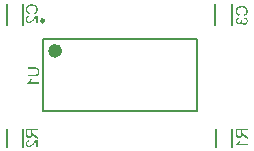
<source format=gbo>
G04 Layer_Color=13948096*
%FSLAX25Y25*%
%MOIN*%
G70*
G01*
G75*
%ADD20C,0.02362*%
%ADD21C,0.00984*%
%ADD22C,0.00787*%
%ADD23C,0.00500*%
G36*
X13252Y95989D02*
X13446Y95967D01*
X13618Y95939D01*
X13701Y95917D01*
X13773Y95900D01*
X13840Y95884D01*
X13901Y95861D01*
X13957Y95845D01*
X14001Y95833D01*
X14034Y95817D01*
X14062Y95811D01*
X14079Y95800D01*
X14084D01*
X14251Y95717D01*
X14401Y95623D01*
X14528Y95523D01*
X14578Y95473D01*
X14628Y95428D01*
X14673Y95384D01*
X14711Y95340D01*
X14745Y95301D01*
X14767Y95267D01*
X14789Y95245D01*
X14806Y95223D01*
X14811Y95212D01*
X14817Y95206D01*
X14861Y95129D01*
X14900Y95051D01*
X14961Y94885D01*
X15006Y94718D01*
X15033Y94557D01*
X15044Y94479D01*
X15055Y94413D01*
X15061Y94352D01*
Y94302D01*
X15067Y94257D01*
Y94224D01*
Y94202D01*
Y94196D01*
X15061Y94085D01*
X15050Y93980D01*
X15039Y93880D01*
X15017Y93786D01*
X14989Y93697D01*
X14961Y93613D01*
X14933Y93536D01*
X14900Y93464D01*
X14872Y93403D01*
X14845Y93341D01*
X14817Y93297D01*
X14789Y93253D01*
X14767Y93225D01*
X14756Y93197D01*
X14745Y93186D01*
X14739Y93181D01*
X14673Y93103D01*
X14606Y93036D01*
X14528Y92975D01*
X14451Y92914D01*
X14295Y92814D01*
X14140Y92737D01*
X14068Y92703D01*
X14001Y92676D01*
X13940Y92653D01*
X13890Y92637D01*
X13846Y92620D01*
X13812Y92609D01*
X13790Y92603D01*
X13784D01*
X13657Y93114D01*
X13746Y93136D01*
X13829Y93164D01*
X13907Y93192D01*
X13979Y93219D01*
X14045Y93253D01*
X14101Y93286D01*
X14156Y93325D01*
X14206Y93358D01*
X14251Y93386D01*
X14284Y93419D01*
X14317Y93447D01*
X14345Y93469D01*
X14362Y93491D01*
X14378Y93508D01*
X14384Y93514D01*
X14390Y93519D01*
X14434Y93575D01*
X14467Y93636D01*
X14528Y93758D01*
X14573Y93874D01*
X14600Y93991D01*
X14623Y94091D01*
X14628Y94130D01*
Y94169D01*
X14634Y94202D01*
Y94224D01*
Y94235D01*
Y94241D01*
X14628Y94368D01*
X14606Y94490D01*
X14578Y94601D01*
X14545Y94701D01*
X14512Y94779D01*
X14495Y94812D01*
X14484Y94840D01*
X14473Y94862D01*
X14462Y94879D01*
X14456Y94890D01*
Y94896D01*
X14378Y95001D01*
X14295Y95090D01*
X14201Y95167D01*
X14112Y95228D01*
X14034Y95279D01*
X13968Y95312D01*
X13940Y95323D01*
X13923Y95334D01*
X13912Y95340D01*
X13907D01*
X13762Y95384D01*
X13618Y95417D01*
X13474Y95445D01*
X13340Y95462D01*
X13280Y95467D01*
X13224Y95473D01*
X13174D01*
X13135Y95478D01*
X13052D01*
X12908Y95473D01*
X12775Y95462D01*
X12652Y95439D01*
X12541Y95417D01*
X12447Y95401D01*
X12408Y95389D01*
X12375Y95378D01*
X12347Y95373D01*
X12331Y95367D01*
X12319Y95362D01*
X12314D01*
X12186Y95306D01*
X12070Y95245D01*
X11975Y95179D01*
X11892Y95106D01*
X11825Y95045D01*
X11781Y94995D01*
X11753Y94957D01*
X11742Y94951D01*
Y94946D01*
X11670Y94829D01*
X11614Y94701D01*
X11576Y94579D01*
X11553Y94463D01*
X11537Y94357D01*
X11531Y94313D01*
Y94274D01*
X11526Y94246D01*
Y94224D01*
Y94207D01*
Y94202D01*
X11531Y94063D01*
X11553Y93935D01*
X11587Y93830D01*
X11620Y93736D01*
X11659Y93664D01*
X11687Y93608D01*
X11709Y93575D01*
X11720Y93563D01*
X11803Y93475D01*
X11897Y93392D01*
X11998Y93325D01*
X12097Y93269D01*
X12186Y93225D01*
X12230Y93208D01*
X12264Y93197D01*
X12292Y93186D01*
X12314Y93175D01*
X12325Y93169D01*
X12331D01*
X12214Y92670D01*
X12114Y92703D01*
X12025Y92737D01*
X11942Y92781D01*
X11859Y92820D01*
X11787Y92864D01*
X11720Y92914D01*
X11653Y92959D01*
X11598Y93003D01*
X11553Y93047D01*
X11509Y93086D01*
X11470Y93125D01*
X11442Y93153D01*
X11415Y93181D01*
X11398Y93203D01*
X11393Y93214D01*
X11387Y93219D01*
X11337Y93297D01*
X11287Y93375D01*
X11248Y93453D01*
X11215Y93536D01*
X11165Y93702D01*
X11132Y93852D01*
X11115Y93924D01*
X11109Y93985D01*
X11104Y94046D01*
X11098Y94096D01*
X11093Y94135D01*
Y94163D01*
Y94185D01*
Y94191D01*
X11104Y94374D01*
X11132Y94551D01*
X11165Y94707D01*
X11187Y94779D01*
X11209Y94846D01*
X11232Y94907D01*
X11254Y94962D01*
X11270Y95007D01*
X11287Y95051D01*
X11304Y95079D01*
X11315Y95101D01*
X11320Y95118D01*
X11326Y95123D01*
X11420Y95273D01*
X11531Y95401D01*
X11642Y95512D01*
X11753Y95606D01*
X11853Y95678D01*
X11897Y95706D01*
X11936Y95728D01*
X11964Y95750D01*
X11986Y95761D01*
X12003Y95767D01*
X12009Y95772D01*
X12181Y95850D01*
X12358Y95906D01*
X12536Y95944D01*
X12697Y95972D01*
X12769Y95983D01*
X12841Y95989D01*
X12897Y95994D01*
X12952D01*
X12991Y96000D01*
X13052D01*
X13252Y95989D01*
D02*
G37*
G36*
X13030Y70882D02*
X12991Y70799D01*
X12953Y70715D01*
X12914Y70638D01*
X12880Y70571D01*
X12853Y70516D01*
X12830Y70482D01*
X12825Y70477D01*
Y70471D01*
X12764Y70371D01*
X12703Y70283D01*
X12647Y70205D01*
X12597Y70144D01*
X12559Y70088D01*
X12525Y70055D01*
X12503Y70027D01*
X12498Y70022D01*
X15500D01*
Y69550D01*
X11643D01*
Y69855D01*
X11737Y69911D01*
X11826Y69972D01*
X11915Y70044D01*
X11992Y70110D01*
X12059Y70177D01*
X12115Y70227D01*
X12131Y70249D01*
X12148Y70266D01*
X12153Y70271D01*
X12159Y70277D01*
X12253Y70394D01*
X12342Y70510D01*
X12420Y70621D01*
X12481Y70732D01*
X12536Y70826D01*
X12559Y70865D01*
X12575Y70899D01*
X12592Y70926D01*
X12597Y70948D01*
X12608Y70960D01*
Y70965D01*
X13064D01*
X13030Y70882D01*
D02*
G37*
G36*
X15000Y89690D02*
X14545D01*
Y91582D01*
X14451Y91516D01*
X14412Y91482D01*
X14373Y91454D01*
X14340Y91427D01*
X14317Y91405D01*
X14301Y91388D01*
X14295Y91382D01*
X14267Y91355D01*
X14240Y91321D01*
X14167Y91244D01*
X14084Y91155D01*
X14001Y91061D01*
X13929Y90972D01*
X13896Y90933D01*
X13862Y90899D01*
X13840Y90872D01*
X13823Y90850D01*
X13812Y90838D01*
X13807Y90833D01*
X13729Y90744D01*
X13657Y90655D01*
X13585Y90578D01*
X13524Y90505D01*
X13463Y90439D01*
X13407Y90383D01*
X13357Y90328D01*
X13313Y90284D01*
X13268Y90239D01*
X13235Y90206D01*
X13207Y90178D01*
X13180Y90150D01*
X13146Y90123D01*
X13135Y90112D01*
X13041Y90034D01*
X12958Y89967D01*
X12874Y89912D01*
X12808Y89867D01*
X12747Y89834D01*
X12702Y89812D01*
X12675Y89801D01*
X12664Y89795D01*
X12580Y89762D01*
X12497Y89740D01*
X12419Y89717D01*
X12353Y89706D01*
X12292Y89701D01*
X12247Y89695D01*
X12208D01*
X12125Y89701D01*
X12047Y89712D01*
X11970Y89723D01*
X11903Y89745D01*
X11770Y89801D01*
X11664Y89856D01*
X11614Y89889D01*
X11576Y89917D01*
X11537Y89945D01*
X11509Y89973D01*
X11487Y89995D01*
X11465Y90006D01*
X11459Y90017D01*
X11453Y90023D01*
X11398Y90084D01*
X11348Y90150D01*
X11309Y90223D01*
X11276Y90295D01*
X11220Y90439D01*
X11182Y90583D01*
X11170Y90644D01*
X11159Y90705D01*
X11154Y90761D01*
X11148Y90805D01*
X11143Y90844D01*
Y90877D01*
Y90894D01*
Y90899D01*
X11148Y91000D01*
X11154Y91094D01*
X11170Y91183D01*
X11187Y91266D01*
X11209Y91344D01*
X11232Y91416D01*
X11259Y91482D01*
X11287Y91543D01*
X11315Y91599D01*
X11343Y91643D01*
X11365Y91682D01*
X11387Y91715D01*
X11404Y91743D01*
X11420Y91760D01*
X11426Y91771D01*
X11431Y91776D01*
X11487Y91832D01*
X11548Y91882D01*
X11614Y91932D01*
X11681Y91971D01*
X11814Y92037D01*
X11947Y92082D01*
X12009Y92098D01*
X12070Y92115D01*
X12120Y92126D01*
X12164Y92137D01*
X12203Y92143D01*
X12230D01*
X12247Y92148D01*
X12253D01*
X12303Y91665D01*
X12175Y91654D01*
X12064Y91632D01*
X11964Y91599D01*
X11886Y91560D01*
X11820Y91527D01*
X11775Y91493D01*
X11748Y91471D01*
X11737Y91460D01*
X11670Y91377D01*
X11620Y91288D01*
X11581Y91194D01*
X11559Y91110D01*
X11542Y91033D01*
X11537Y90966D01*
X11531Y90944D01*
Y90927D01*
Y90916D01*
Y90911D01*
X11537Y90794D01*
X11559Y90689D01*
X11592Y90600D01*
X11626Y90522D01*
X11664Y90461D01*
X11692Y90422D01*
X11714Y90395D01*
X11726Y90383D01*
X11803Y90317D01*
X11881Y90267D01*
X11959Y90228D01*
X12036Y90206D01*
X12097Y90189D01*
X12153Y90184D01*
X12186Y90178D01*
X12197D01*
X12297Y90189D01*
X12403Y90211D01*
X12497Y90250D01*
X12586Y90289D01*
X12658Y90333D01*
X12719Y90372D01*
X12741Y90383D01*
X12758Y90395D01*
X12763Y90406D01*
X12769D01*
X12830Y90450D01*
X12891Y90505D01*
X12958Y90566D01*
X13024Y90633D01*
X13157Y90772D01*
X13291Y90911D01*
X13352Y90983D01*
X13407Y91044D01*
X13457Y91105D01*
X13501Y91155D01*
X13535Y91194D01*
X13563Y91227D01*
X13579Y91249D01*
X13585Y91255D01*
X13701Y91394D01*
X13812Y91521D01*
X13912Y91627D01*
X13995Y91710D01*
X14068Y91782D01*
X14118Y91832D01*
X14151Y91860D01*
X14156Y91871D01*
X14162D01*
X14256Y91948D01*
X14345Y92010D01*
X14434Y92065D01*
X14512Y92110D01*
X14578Y92143D01*
X14628Y92165D01*
X14661Y92176D01*
X14667Y92182D01*
X14673D01*
X14734Y92204D01*
X14789Y92215D01*
X14845Y92226D01*
X14895Y92232D01*
X14939Y92237D01*
X15000D01*
Y89690D01*
D02*
G37*
G36*
Y48345D02*
X14545D01*
Y50238D01*
X14451Y50171D01*
X14412Y50138D01*
X14373Y50110D01*
X14340Y50082D01*
X14317Y50060D01*
X14301Y50043D01*
X14295Y50038D01*
X14267Y50010D01*
X14240Y49977D01*
X14167Y49899D01*
X14084Y49810D01*
X14001Y49716D01*
X13929Y49627D01*
X13896Y49588D01*
X13862Y49555D01*
X13840Y49527D01*
X13823Y49505D01*
X13812Y49494D01*
X13807Y49488D01*
X13729Y49400D01*
X13657Y49311D01*
X13585Y49233D01*
X13524Y49161D01*
X13463Y49094D01*
X13407Y49039D01*
X13357Y48983D01*
X13313Y48939D01*
X13268Y48895D01*
X13235Y48861D01*
X13207Y48833D01*
X13180Y48806D01*
X13146Y48778D01*
X13135Y48767D01*
X13041Y48689D01*
X12958Y48623D01*
X12874Y48567D01*
X12808Y48523D01*
X12747Y48489D01*
X12702Y48467D01*
X12675Y48456D01*
X12664Y48450D01*
X12580Y48417D01*
X12497Y48395D01*
X12419Y48373D01*
X12353Y48362D01*
X12292Y48356D01*
X12247Y48351D01*
X12208D01*
X12125Y48356D01*
X12047Y48367D01*
X11970Y48378D01*
X11903Y48401D01*
X11770Y48456D01*
X11664Y48511D01*
X11614Y48545D01*
X11576Y48573D01*
X11537Y48600D01*
X11509Y48628D01*
X11487Y48650D01*
X11465Y48661D01*
X11459Y48673D01*
X11453Y48678D01*
X11398Y48739D01*
X11348Y48806D01*
X11309Y48878D01*
X11276Y48950D01*
X11220Y49094D01*
X11182Y49239D01*
X11170Y49300D01*
X11159Y49361D01*
X11154Y49416D01*
X11148Y49461D01*
X11143Y49499D01*
Y49533D01*
Y49549D01*
Y49555D01*
X11148Y49655D01*
X11154Y49749D01*
X11170Y49838D01*
X11187Y49921D01*
X11209Y49999D01*
X11232Y50071D01*
X11259Y50138D01*
X11287Y50199D01*
X11315Y50254D01*
X11343Y50299D01*
X11365Y50337D01*
X11387Y50371D01*
X11404Y50399D01*
X11420Y50415D01*
X11426Y50426D01*
X11431Y50432D01*
X11487Y50487D01*
X11548Y50537D01*
X11614Y50587D01*
X11681Y50626D01*
X11814Y50693D01*
X11947Y50737D01*
X12009Y50754D01*
X12070Y50770D01*
X12120Y50782D01*
X12164Y50793D01*
X12203Y50798D01*
X12230D01*
X12247Y50804D01*
X12253D01*
X12303Y50321D01*
X12175Y50310D01*
X12064Y50287D01*
X11964Y50254D01*
X11886Y50215D01*
X11820Y50182D01*
X11775Y50149D01*
X11748Y50127D01*
X11737Y50116D01*
X11670Y50032D01*
X11620Y49944D01*
X11581Y49849D01*
X11559Y49766D01*
X11542Y49688D01*
X11537Y49622D01*
X11531Y49599D01*
Y49583D01*
Y49572D01*
Y49566D01*
X11537Y49450D01*
X11559Y49344D01*
X11592Y49255D01*
X11626Y49178D01*
X11664Y49117D01*
X11692Y49078D01*
X11714Y49050D01*
X11726Y49039D01*
X11803Y48972D01*
X11881Y48922D01*
X11959Y48883D01*
X12036Y48861D01*
X12097Y48845D01*
X12153Y48839D01*
X12186Y48833D01*
X12197D01*
X12297Y48845D01*
X12403Y48867D01*
X12497Y48906D01*
X12586Y48945D01*
X12658Y48989D01*
X12719Y49028D01*
X12741Y49039D01*
X12758Y49050D01*
X12763Y49061D01*
X12769D01*
X12830Y49105D01*
X12891Y49161D01*
X12958Y49222D01*
X13024Y49288D01*
X13157Y49427D01*
X13291Y49566D01*
X13352Y49638D01*
X13407Y49699D01*
X13457Y49760D01*
X13501Y49810D01*
X13535Y49849D01*
X13563Y49882D01*
X13579Y49905D01*
X13585Y49910D01*
X13701Y50049D01*
X13812Y50177D01*
X13912Y50282D01*
X13995Y50365D01*
X14068Y50437D01*
X14118Y50487D01*
X14151Y50515D01*
X14156Y50526D01*
X14162D01*
X14256Y50604D01*
X14345Y50665D01*
X14434Y50720D01*
X14512Y50765D01*
X14578Y50798D01*
X14628Y50820D01*
X14661Y50832D01*
X14667Y50837D01*
X14673D01*
X14734Y50859D01*
X14789Y50870D01*
X14845Y50881D01*
X14895Y50887D01*
X14939Y50893D01*
X15000D01*
Y48345D01*
D02*
G37*
G36*
Y53989D02*
X13296D01*
Y53401D01*
Y53334D01*
X13302Y53273D01*
Y53229D01*
X13307Y53190D01*
X13313Y53162D01*
Y53140D01*
X13318Y53129D01*
Y53124D01*
X13346Y53035D01*
X13363Y52996D01*
X13379Y52963D01*
X13396Y52929D01*
X13407Y52907D01*
X13413Y52896D01*
X13418Y52890D01*
X13452Y52846D01*
X13490Y52802D01*
X13574Y52718D01*
X13612Y52680D01*
X13646Y52652D01*
X13668Y52635D01*
X13674Y52630D01*
X13751Y52574D01*
X13835Y52513D01*
X13923Y52452D01*
X14006Y52391D01*
X14084Y52341D01*
X14145Y52302D01*
X14167Y52286D01*
X14184Y52275D01*
X14195Y52263D01*
X14201D01*
X15000Y51758D01*
Y51126D01*
X13957Y51786D01*
X13846Y51864D01*
X13746Y51936D01*
X13663Y52008D01*
X13585Y52069D01*
X13529Y52125D01*
X13485Y52169D01*
X13457Y52197D01*
X13446Y52208D01*
X13413Y52252D01*
X13374Y52302D01*
X13313Y52402D01*
X13291Y52447D01*
X13268Y52480D01*
X13257Y52502D01*
X13252Y52513D01*
X13235Y52413D01*
X13218Y52319D01*
X13191Y52236D01*
X13169Y52152D01*
X13141Y52080D01*
X13107Y52014D01*
X13080Y51952D01*
X13052Y51897D01*
X13019Y51853D01*
X12991Y51808D01*
X12969Y51775D01*
X12946Y51747D01*
X12930Y51725D01*
X12913Y51708D01*
X12908Y51703D01*
X12902Y51697D01*
X12847Y51653D01*
X12791Y51609D01*
X12675Y51542D01*
X12558Y51498D01*
X12447Y51464D01*
X12353Y51442D01*
X12314Y51436D01*
X12275D01*
X12247Y51431D01*
X12208D01*
X12092Y51436D01*
X11986Y51453D01*
X11886Y51481D01*
X11803Y51509D01*
X11731Y51542D01*
X11676Y51564D01*
X11642Y51586D01*
X11637Y51592D01*
X11631D01*
X11542Y51658D01*
X11465Y51725D01*
X11398Y51797D01*
X11348Y51864D01*
X11309Y51925D01*
X11287Y51975D01*
X11270Y52008D01*
X11265Y52014D01*
Y52019D01*
X11248Y52069D01*
X11232Y52130D01*
X11204Y52252D01*
X11187Y52385D01*
X11170Y52508D01*
X11165Y52624D01*
Y52674D01*
X11159Y52718D01*
Y52752D01*
Y52780D01*
Y52796D01*
Y52802D01*
Y54500D01*
X15000D01*
Y53989D01*
D02*
G37*
G36*
X14096Y74994D02*
X14196Y74989D01*
X14290Y74978D01*
X14373Y74967D01*
X14451Y74956D01*
X14523Y74939D01*
X14590Y74928D01*
X14651Y74917D01*
X14701Y74900D01*
X14745Y74889D01*
X14778Y74878D01*
X14806Y74867D01*
X14829Y74861D01*
X14840Y74856D01*
X14845D01*
X14967Y74795D01*
X15078Y74717D01*
X15167Y74639D01*
X15245Y74556D01*
X15306Y74484D01*
X15350Y74423D01*
X15361Y74401D01*
X15372Y74384D01*
X15383Y74373D01*
Y74367D01*
X15445Y74229D01*
X15489Y74084D01*
X15522Y73934D01*
X15544Y73796D01*
X15550Y73735D01*
X15555Y73674D01*
X15561Y73618D01*
Y73574D01*
X15567Y73535D01*
Y73507D01*
Y73490D01*
Y73485D01*
X15555Y73285D01*
X15544Y73196D01*
X15533Y73113D01*
X15517Y73030D01*
X15500Y72958D01*
X15483Y72891D01*
X15461Y72830D01*
X15439Y72774D01*
X15422Y72730D01*
X15406Y72686D01*
X15389Y72652D01*
X15372Y72625D01*
X15367Y72608D01*
X15356Y72597D01*
Y72591D01*
X15272Y72469D01*
X15178Y72369D01*
X15089Y72292D01*
X15000Y72225D01*
X14923Y72175D01*
X14862Y72142D01*
X14840Y72131D01*
X14823Y72120D01*
X14812Y72114D01*
X14806D01*
X14740Y72092D01*
X14668Y72070D01*
X14518Y72036D01*
X14362Y72014D01*
X14212Y71997D01*
X14146Y71992D01*
X14079Y71986D01*
X14024D01*
X13974Y71981D01*
X11659D01*
Y72491D01*
X14007D01*
X14129Y72502D01*
X14235Y72514D01*
X14334Y72530D01*
X14423Y72547D01*
X14506Y72569D01*
X14579Y72586D01*
X14640Y72608D01*
X14690Y72630D01*
X14740Y72652D01*
X14773Y72675D01*
X14806Y72691D01*
X14829Y72708D01*
X14845Y72719D01*
X14851Y72724D01*
X14856Y72730D01*
X14901Y72780D01*
X14939Y72835D01*
X15000Y72958D01*
X15045Y73085D01*
X15073Y73218D01*
X15095Y73340D01*
X15100Y73391D01*
Y73440D01*
X15106Y73474D01*
Y73507D01*
Y73524D01*
Y73529D01*
X15100Y73646D01*
X15084Y73751D01*
X15067Y73851D01*
X15039Y73929D01*
X15017Y73996D01*
X15000Y74045D01*
X14984Y74073D01*
X14978Y74084D01*
X14928Y74162D01*
X14867Y74229D01*
X14806Y74284D01*
X14751Y74323D01*
X14695Y74356D01*
X14656Y74384D01*
X14629Y74395D01*
X14617Y74401D01*
X14568Y74417D01*
X14518Y74428D01*
X14401Y74450D01*
X14279Y74467D01*
X14157Y74478D01*
X14051Y74484D01*
X14002D01*
X13963Y74489D01*
X11659D01*
Y75000D01*
X13990D01*
X14096Y74994D01*
D02*
G37*
G36*
X82530Y50382D02*
X82491Y50299D01*
X82452Y50215D01*
X82414Y50138D01*
X82380Y50071D01*
X82353Y50016D01*
X82330Y49982D01*
X82325Y49977D01*
Y49971D01*
X82264Y49871D01*
X82203Y49782D01*
X82147Y49705D01*
X82097Y49644D01*
X82059Y49588D01*
X82025Y49555D01*
X82003Y49527D01*
X81998Y49522D01*
X85000D01*
Y49050D01*
X81143D01*
Y49355D01*
X81237Y49411D01*
X81326Y49472D01*
X81415Y49544D01*
X81492Y49610D01*
X81559Y49677D01*
X81615Y49727D01*
X81631Y49749D01*
X81648Y49766D01*
X81653Y49771D01*
X81659Y49777D01*
X81753Y49894D01*
X81842Y50010D01*
X81920Y50121D01*
X81981Y50232D01*
X82036Y50326D01*
X82059Y50365D01*
X82075Y50399D01*
X82092Y50426D01*
X82097Y50449D01*
X82108Y50460D01*
Y50465D01*
X82564D01*
X82530Y50382D01*
D02*
G37*
G36*
X85000Y53989D02*
X83296D01*
Y53401D01*
Y53334D01*
X83302Y53273D01*
Y53229D01*
X83307Y53190D01*
X83313Y53162D01*
Y53140D01*
X83318Y53129D01*
Y53124D01*
X83346Y53035D01*
X83363Y52996D01*
X83379Y52963D01*
X83396Y52929D01*
X83407Y52907D01*
X83413Y52896D01*
X83418Y52890D01*
X83451Y52846D01*
X83490Y52802D01*
X83574Y52718D01*
X83613Y52680D01*
X83646Y52652D01*
X83668Y52635D01*
X83674Y52630D01*
X83751Y52574D01*
X83834Y52513D01*
X83923Y52452D01*
X84007Y52391D01*
X84084Y52341D01*
X84145Y52302D01*
X84167Y52286D01*
X84184Y52275D01*
X84195Y52263D01*
X84201D01*
X85000Y51758D01*
Y51126D01*
X83957Y51786D01*
X83846Y51864D01*
X83746Y51936D01*
X83662Y52008D01*
X83585Y52069D01*
X83529Y52125D01*
X83485Y52169D01*
X83457Y52197D01*
X83446Y52208D01*
X83413Y52252D01*
X83374Y52302D01*
X83313Y52402D01*
X83291Y52447D01*
X83268Y52480D01*
X83257Y52502D01*
X83252Y52513D01*
X83235Y52413D01*
X83218Y52319D01*
X83191Y52236D01*
X83169Y52152D01*
X83141Y52080D01*
X83107Y52014D01*
X83080Y51952D01*
X83052Y51897D01*
X83019Y51853D01*
X82991Y51808D01*
X82969Y51775D01*
X82946Y51747D01*
X82930Y51725D01*
X82913Y51708D01*
X82908Y51703D01*
X82902Y51697D01*
X82847Y51653D01*
X82791Y51609D01*
X82674Y51542D01*
X82558Y51498D01*
X82447Y51464D01*
X82353Y51442D01*
X82314Y51436D01*
X82275D01*
X82247Y51431D01*
X82208D01*
X82092Y51436D01*
X81986Y51453D01*
X81887Y51481D01*
X81803Y51509D01*
X81731Y51542D01*
X81675Y51564D01*
X81642Y51586D01*
X81637Y51592D01*
X81631D01*
X81542Y51658D01*
X81465Y51725D01*
X81398Y51797D01*
X81348Y51864D01*
X81309Y51925D01*
X81287Y51975D01*
X81270Y52008D01*
X81265Y52014D01*
Y52019D01*
X81248Y52069D01*
X81232Y52130D01*
X81204Y52252D01*
X81187Y52385D01*
X81170Y52508D01*
X81165Y52624D01*
Y52674D01*
X81159Y52718D01*
Y52752D01*
Y52780D01*
Y52796D01*
Y52802D01*
Y54500D01*
X85000D01*
Y53989D01*
D02*
G37*
G36*
X84073Y91654D02*
X84156Y91637D01*
X84312Y91587D01*
X84445Y91526D01*
X84500Y91493D01*
X84556Y91460D01*
X84606Y91426D01*
X84645Y91393D01*
X84684Y91365D01*
X84711Y91338D01*
X84734Y91321D01*
X84750Y91304D01*
X84761Y91293D01*
X84767Y91287D01*
X84817Y91221D01*
X84867Y91154D01*
X84906Y91088D01*
X84939Y91016D01*
X84994Y90877D01*
X85028Y90744D01*
X85039Y90683D01*
X85050Y90627D01*
X85056Y90577D01*
X85061Y90533D01*
X85067Y90500D01*
Y90472D01*
Y90455D01*
Y90450D01*
X85061Y90344D01*
X85050Y90250D01*
X85033Y90155D01*
X85011Y90066D01*
X84983Y89983D01*
X84956Y89911D01*
X84922Y89839D01*
X84889Y89778D01*
X84861Y89717D01*
X84828Y89667D01*
X84800Y89623D01*
X84772Y89589D01*
X84750Y89561D01*
X84734Y89539D01*
X84723Y89528D01*
X84717Y89523D01*
X84650Y89456D01*
X84578Y89401D01*
X84506Y89351D01*
X84434Y89306D01*
X84367Y89273D01*
X84295Y89240D01*
X84162Y89195D01*
X84101Y89184D01*
X84045Y89173D01*
X83995Y89162D01*
X83951Y89156D01*
X83918Y89151D01*
X83868D01*
X83735Y89156D01*
X83613Y89179D01*
X83507Y89212D01*
X83418Y89245D01*
X83346Y89278D01*
X83291Y89312D01*
X83257Y89334D01*
X83246Y89340D01*
X83163Y89417D01*
X83091Y89500D01*
X83035Y89589D01*
X82991Y89678D01*
X82958Y89756D01*
X82935Y89817D01*
X82930Y89839D01*
X82924Y89856D01*
X82919Y89867D01*
Y89872D01*
X82869Y89778D01*
X82819Y89700D01*
X82763Y89634D01*
X82713Y89578D01*
X82669Y89534D01*
X82630Y89500D01*
X82608Y89484D01*
X82597Y89478D01*
X82519Y89434D01*
X82441Y89401D01*
X82364Y89373D01*
X82292Y89356D01*
X82231Y89345D01*
X82186Y89340D01*
X82142D01*
X82047Y89345D01*
X81953Y89362D01*
X81870Y89384D01*
X81798Y89412D01*
X81737Y89439D01*
X81687Y89462D01*
X81659Y89478D01*
X81648Y89484D01*
X81564Y89539D01*
X81492Y89606D01*
X81431Y89672D01*
X81376Y89739D01*
X81337Y89795D01*
X81304Y89845D01*
X81287Y89878D01*
X81282Y89883D01*
Y89889D01*
X81237Y89989D01*
X81204Y90089D01*
X81176Y90189D01*
X81159Y90277D01*
X81148Y90350D01*
X81143Y90411D01*
Y90433D01*
Y90450D01*
Y90461D01*
Y90466D01*
Y90549D01*
X81154Y90627D01*
X81182Y90777D01*
X81226Y90905D01*
X81270Y91016D01*
X81298Y91066D01*
X81320Y91104D01*
X81343Y91143D01*
X81365Y91171D01*
X81381Y91193D01*
X81393Y91210D01*
X81398Y91221D01*
X81404Y91227D01*
X81509Y91332D01*
X81626Y91415D01*
X81748Y91482D01*
X81870Y91537D01*
X81975Y91571D01*
X82020Y91587D01*
X82059Y91598D01*
X82092Y91604D01*
X82114Y91610D01*
X82131Y91615D01*
X82136D01*
X82219Y91143D01*
X82097Y91121D01*
X81992Y91088D01*
X81903Y91049D01*
X81831Y91010D01*
X81775Y90971D01*
X81737Y90938D01*
X81709Y90916D01*
X81703Y90910D01*
X81648Y90838D01*
X81603Y90760D01*
X81576Y90688D01*
X81553Y90616D01*
X81542Y90549D01*
X81531Y90500D01*
Y90466D01*
Y90461D01*
Y90455D01*
X81537Y90355D01*
X81559Y90266D01*
X81587Y90189D01*
X81615Y90122D01*
X81648Y90072D01*
X81675Y90033D01*
X81698Y90005D01*
X81703Y90000D01*
X81770Y89939D01*
X81842Y89894D01*
X81914Y89867D01*
X81981Y89845D01*
X82042Y89833D01*
X82086Y89822D01*
X82192D01*
X82247Y89833D01*
X82341Y89861D01*
X82425Y89900D01*
X82497Y89944D01*
X82547Y89989D01*
X82586Y90028D01*
X82608Y90055D01*
X82613Y90061D01*
Y90066D01*
X82664Y90161D01*
X82702Y90250D01*
X82730Y90344D01*
X82747Y90427D01*
X82758Y90500D01*
X82769Y90561D01*
Y90583D01*
Y90599D01*
Y90605D01*
Y90610D01*
Y90633D01*
X82763Y90655D01*
Y90677D01*
Y90683D01*
X83180Y90738D01*
X83163Y90666D01*
X83152Y90599D01*
X83141Y90544D01*
X83135Y90494D01*
X83130Y90455D01*
Y90427D01*
Y90411D01*
Y90405D01*
X83141Y90289D01*
X83163Y90183D01*
X83196Y90089D01*
X83235Y90011D01*
X83274Y89950D01*
X83307Y89906D01*
X83329Y89878D01*
X83341Y89867D01*
X83424Y89795D01*
X83513Y89739D01*
X83601Y89700D01*
X83690Y89678D01*
X83762Y89661D01*
X83823Y89656D01*
X83846Y89650D01*
X83879D01*
X84001Y89661D01*
X84112Y89689D01*
X84206Y89723D01*
X84290Y89767D01*
X84356Y89811D01*
X84406Y89845D01*
X84439Y89872D01*
X84451Y89883D01*
X84528Y89972D01*
X84584Y90066D01*
X84623Y90161D01*
X84650Y90250D01*
X84667Y90327D01*
X84673Y90389D01*
X84678Y90411D01*
Y90427D01*
Y90438D01*
Y90444D01*
X84673Y90544D01*
X84650Y90638D01*
X84623Y90721D01*
X84589Y90788D01*
X84562Y90844D01*
X84534Y90888D01*
X84512Y90910D01*
X84506Y90921D01*
X84428Y90988D01*
X84339Y91043D01*
X84245Y91093D01*
X84145Y91132D01*
X84062Y91160D01*
X84023Y91171D01*
X83990Y91176D01*
X83962Y91182D01*
X83940Y91188D01*
X83929Y91193D01*
X83923D01*
X83984Y91665D01*
X84073Y91654D01*
D02*
G37*
G36*
X83252Y95489D02*
X83446Y95467D01*
X83618Y95439D01*
X83701Y95417D01*
X83773Y95400D01*
X83840Y95384D01*
X83901Y95361D01*
X83957Y95345D01*
X84001Y95333D01*
X84034Y95317D01*
X84062Y95311D01*
X84079Y95300D01*
X84084D01*
X84251Y95217D01*
X84401Y95123D01*
X84528Y95023D01*
X84578Y94973D01*
X84628Y94928D01*
X84673Y94884D01*
X84711Y94840D01*
X84745Y94801D01*
X84767Y94767D01*
X84789Y94745D01*
X84806Y94723D01*
X84811Y94712D01*
X84817Y94706D01*
X84861Y94629D01*
X84900Y94551D01*
X84961Y94384D01*
X85006Y94218D01*
X85033Y94057D01*
X85044Y93979D01*
X85056Y93913D01*
X85061Y93852D01*
Y93802D01*
X85067Y93757D01*
Y93724D01*
Y93702D01*
Y93696D01*
X85061Y93585D01*
X85050Y93480D01*
X85039Y93380D01*
X85017Y93286D01*
X84989Y93197D01*
X84961Y93113D01*
X84933Y93036D01*
X84900Y92964D01*
X84872Y92903D01*
X84845Y92842D01*
X84817Y92797D01*
X84789Y92753D01*
X84767Y92725D01*
X84756Y92697D01*
X84745Y92686D01*
X84739Y92681D01*
X84673Y92603D01*
X84606Y92536D01*
X84528Y92475D01*
X84451Y92414D01*
X84295Y92314D01*
X84140Y92237D01*
X84068Y92203D01*
X84001Y92176D01*
X83940Y92153D01*
X83890Y92137D01*
X83846Y92120D01*
X83812Y92109D01*
X83790Y92103D01*
X83785D01*
X83657Y92614D01*
X83746Y92636D01*
X83829Y92664D01*
X83907Y92692D01*
X83979Y92719D01*
X84045Y92753D01*
X84101Y92786D01*
X84156Y92825D01*
X84206Y92858D01*
X84251Y92886D01*
X84284Y92919D01*
X84317Y92947D01*
X84345Y92969D01*
X84362Y92991D01*
X84378Y93008D01*
X84384Y93014D01*
X84390Y93019D01*
X84434Y93075D01*
X84467Y93136D01*
X84528Y93258D01*
X84573Y93374D01*
X84600Y93491D01*
X84623Y93591D01*
X84628Y93630D01*
Y93669D01*
X84634Y93702D01*
Y93724D01*
Y93735D01*
Y93741D01*
X84628Y93868D01*
X84606Y93990D01*
X84578Y94101D01*
X84545Y94201D01*
X84512Y94279D01*
X84495Y94312D01*
X84484Y94340D01*
X84473Y94362D01*
X84462Y94379D01*
X84456Y94390D01*
Y94396D01*
X84378Y94501D01*
X84295Y94590D01*
X84201Y94668D01*
X84112Y94728D01*
X84034Y94779D01*
X83968Y94812D01*
X83940Y94823D01*
X83923Y94834D01*
X83912Y94840D01*
X83907D01*
X83762Y94884D01*
X83618Y94917D01*
X83474Y94945D01*
X83341Y94962D01*
X83280Y94967D01*
X83224Y94973D01*
X83174D01*
X83135Y94978D01*
X83052D01*
X82908Y94973D01*
X82775Y94962D01*
X82652Y94939D01*
X82541Y94917D01*
X82447Y94901D01*
X82408Y94889D01*
X82375Y94878D01*
X82347Y94873D01*
X82330Y94867D01*
X82319Y94862D01*
X82314D01*
X82186Y94806D01*
X82070Y94745D01*
X81975Y94679D01*
X81892Y94606D01*
X81825Y94545D01*
X81781Y94495D01*
X81753Y94457D01*
X81742Y94451D01*
Y94446D01*
X81670Y94329D01*
X81615Y94201D01*
X81576Y94079D01*
X81553Y93963D01*
X81537Y93857D01*
X81531Y93813D01*
Y93774D01*
X81526Y93746D01*
Y93724D01*
Y93707D01*
Y93702D01*
X81531Y93563D01*
X81553Y93435D01*
X81587Y93330D01*
X81620Y93236D01*
X81659Y93164D01*
X81687Y93108D01*
X81709Y93075D01*
X81720Y93063D01*
X81803Y92975D01*
X81898Y92892D01*
X81998Y92825D01*
X82097Y92769D01*
X82186Y92725D01*
X82231Y92708D01*
X82264Y92697D01*
X82292Y92686D01*
X82314Y92675D01*
X82325Y92669D01*
X82330D01*
X82214Y92170D01*
X82114Y92203D01*
X82025Y92237D01*
X81942Y92281D01*
X81859Y92320D01*
X81787Y92364D01*
X81720Y92414D01*
X81653Y92459D01*
X81598Y92503D01*
X81553Y92547D01*
X81509Y92586D01*
X81470Y92625D01*
X81442Y92653D01*
X81415Y92681D01*
X81398Y92703D01*
X81393Y92714D01*
X81387Y92719D01*
X81337Y92797D01*
X81287Y92875D01*
X81248Y92953D01*
X81215Y93036D01*
X81165Y93202D01*
X81132Y93352D01*
X81115Y93424D01*
X81109Y93485D01*
X81104Y93546D01*
X81098Y93596D01*
X81093Y93635D01*
Y93663D01*
Y93685D01*
Y93691D01*
X81104Y93874D01*
X81132Y94051D01*
X81165Y94207D01*
X81187Y94279D01*
X81209Y94346D01*
X81232Y94407D01*
X81254Y94462D01*
X81270Y94507D01*
X81287Y94551D01*
X81304Y94579D01*
X81315Y94601D01*
X81320Y94618D01*
X81326Y94623D01*
X81420Y94773D01*
X81531Y94901D01*
X81642Y95012D01*
X81753Y95106D01*
X81853Y95178D01*
X81898Y95206D01*
X81936Y95228D01*
X81964Y95250D01*
X81986Y95261D01*
X82003Y95267D01*
X82009Y95272D01*
X82181Y95350D01*
X82358Y95406D01*
X82536Y95445D01*
X82697Y95472D01*
X82769Y95483D01*
X82841Y95489D01*
X82897Y95494D01*
X82952D01*
X82991Y95500D01*
X83052D01*
X83252Y95489D01*
D02*
G37*
%LPC*%
G36*
X82858Y53989D02*
X81587D01*
Y52780D01*
X81592Y52630D01*
X81615Y52502D01*
X81642Y52391D01*
X81675Y52308D01*
X81709Y52236D01*
X81737Y52191D01*
X81759Y52163D01*
X81764Y52152D01*
X81836Y52086D01*
X81909Y52036D01*
X81986Y52003D01*
X82053Y51975D01*
X82120Y51964D01*
X82170Y51958D01*
X82203Y51952D01*
X82214D01*
X82280Y51958D01*
X82347Y51969D01*
X82403Y51986D01*
X82452Y52003D01*
X82497Y52025D01*
X82530Y52041D01*
X82552Y52052D01*
X82558Y52058D01*
X82613Y52097D01*
X82664Y52147D01*
X82702Y52197D01*
X82736Y52247D01*
X82758Y52291D01*
X82775Y52324D01*
X82786Y52347D01*
X82791Y52358D01*
X82813Y52435D01*
X82830Y52524D01*
X82841Y52613D01*
X82847Y52702D01*
X82852Y52780D01*
X82858Y52846D01*
Y52868D01*
Y52885D01*
Y52896D01*
Y52902D01*
Y53989D01*
D02*
G37*
G36*
X12858D02*
X11587D01*
Y52780D01*
X11592Y52630D01*
X11614Y52502D01*
X11642Y52391D01*
X11676Y52308D01*
X11709Y52236D01*
X11737Y52191D01*
X11759Y52163D01*
X11764Y52152D01*
X11836Y52086D01*
X11909Y52036D01*
X11986Y52003D01*
X12053Y51975D01*
X12120Y51964D01*
X12169Y51958D01*
X12203Y51952D01*
X12214D01*
X12280Y51958D01*
X12347Y51969D01*
X12403Y51986D01*
X12453Y52003D01*
X12497Y52025D01*
X12530Y52041D01*
X12552Y52052D01*
X12558Y52058D01*
X12614Y52097D01*
X12664Y52147D01*
X12702Y52197D01*
X12736Y52247D01*
X12758Y52291D01*
X12775Y52324D01*
X12786Y52347D01*
X12791Y52358D01*
X12813Y52435D01*
X12830Y52524D01*
X12841Y52613D01*
X12847Y52702D01*
X12852Y52780D01*
X12858Y52846D01*
Y52868D01*
Y52885D01*
Y52896D01*
Y52902D01*
Y53989D01*
D02*
G37*
%LPD*%
D20*
X22028Y80472D02*
G03*
X22028Y80472I-1181J0D01*
G01*
D21*
X17146Y90512D02*
G03*
X17146Y90512I-492J0D01*
G01*
D22*
X68091Y60591D02*
Y84409D01*
X16909Y60591D02*
Y84409D01*
Y60591D02*
X68091D01*
X16909Y84409D02*
X68091D01*
D23*
X79658Y48547D02*
Y54453D01*
X74343Y48547D02*
Y54453D01*
X79750Y89000D02*
Y96000D01*
X74250Y89000D02*
Y96000D01*
X4750Y89000D02*
Y96000D01*
X10250Y89000D02*
Y96000D01*
X10158Y48547D02*
Y54453D01*
X4843Y48547D02*
Y54453D01*
M02*

</source>
